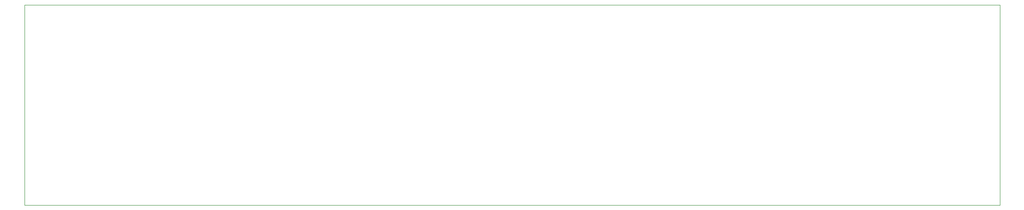
<source format=gbr>
%TF.GenerationSoftware,Altium Limited,Altium Designer,24.0.1 (36)*%
G04 Layer_Color=0*
%FSLAX45Y45*%
%MOMM*%
%TF.SameCoordinates,2C358838-E96C-4A59-A5A0-E9FE71613952*%
%TF.FilePolarity,Positive*%
%TF.FileFunction,Profile,NP*%
%TF.Part,Single*%
G01*
G75*
%TA.AperFunction,Profile*%
%ADD85C,0.02540*%
D85*
X2600000Y2600000D02*
Y6400000D01*
X21100000D01*
Y2600000D01*
X2600000D01*
%TF.MD5,8bd791b34d9e81597f3c85300ed84f14*%
M02*

</source>
